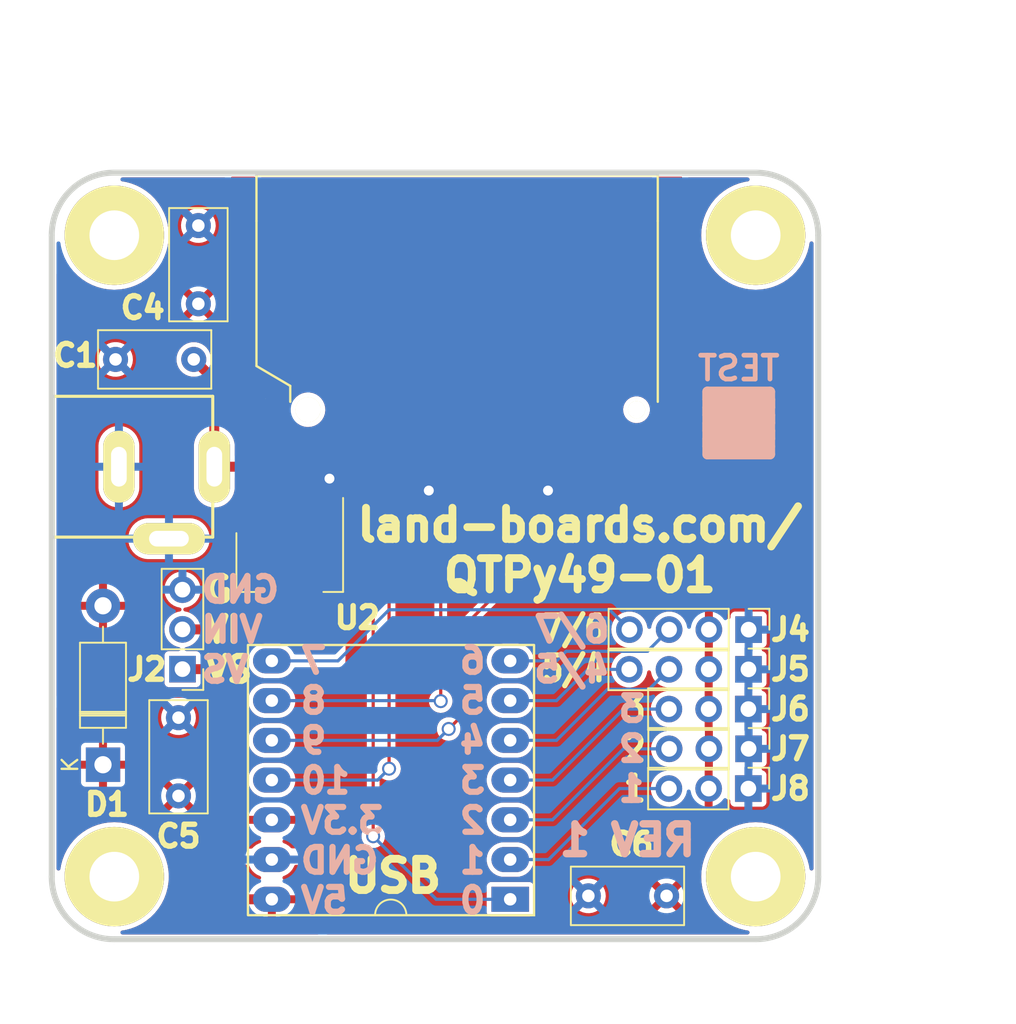
<source format=kicad_pcb>
(kicad_pcb (version 20211014) (generator pcbnew)
  (title_block (date "19 aug 2014"))
  (layers (0 "F.Cu" signal "Front") (31 "B.Cu" signal "Back") (36 "B.SilkS" user "B.Silkscreen") (37 "F.SilkS" user "F.Silkscreen") (38 "B.Mask" user) (39 "F.Mask" user) (44 "Edge.Cuts" user))
  (net 0 "")
  (net 1 "+5V")
  (net 2 "/AD0")
  (net 3 "/AD1")
  (net 4 "/AD2")
  (net 5 "/AD3")
  (net 6 "/D4_SDA")
  (net 7 "/D5_SCL")
  (net 8 "/AD6_TX")
  (net 9 "/AD7_RX")
  (net 10 "/AD8_SCK")
  (net 11 "/AD9_MISO")
  (net 12 "/AD10_MOSI")
  (net 13 "+3V3")
  (net 14 "/VREG")
  (net 15 "/VIN")
  (net 16 "GND")
  (footprint "Package_TO_SOT_SMD:SOT-223" (layer "F.Cu") (at 15.2146 24.892 -90)
    (fp_text reference "U2" (at 3.556 -4.318) (layer "F.SilkS") (effects (font (size 1.397 1.397) (thickness 0.381))))
    (fp_text value "AP1117")
    (fp_line (start 1.91 3.41) (end 1.91 2.15) (layer "F.SilkS") (width 0.12))
    (fp_line (start 1.91 -3.41) (end 1.91 -2.15) (layer "F.SilkS") (width 0.12))
    (fp_line (start -4.1 -3.41) (end 1.91 -3.41) (layer "F.SilkS") (width 0.12))
    (fp_line (start -1.85 3.41) (end 1.91 3.41) (layer "F.SilkS") (width 0.12))
    (pad "1" smd rect (at -3.15 -2.3 270) (size 2 1.5) (layers "F.Cu" "F.Paste" "F.Mask") (net 16 "GND"))
    (pad "2" smd rect (at -3.15 0 270) (size 2 1.5) (layers "F.Cu" "F.Paste" "F.Mask") (net 14 "/VREG"))
    (pad "3" smd rect (at -3.15 2.3 270) (size 2 1.5) (layers "F.Cu" "F.Paste" "F.Mask") (net 15 "/VIN"))
    (pad "4" smd rect (at 3.15 0 270) (size 2 3.8) (layers "F.Cu" "F.Paste" "F.Mask") (net 14 "/VREG"))
  )
  (footprint "Connector_PinHeader_2.54mm:PinHeader_1x03_P2.54mm_Vertical" (layer "F.Cu") (at 44.547282 36.83 -90)
    (fp_text reference "J7" (at 0 -2.671318 180) (layer "F.SilkS") (effects (font (size 1.397 1.397) (thickness 0.381))))
    (fp_text value "Conn_01x03")
    (fp_line (start -1.33 1.27) (end 1.33 1.27) (layer "F.SilkS") (width 0.12))
    (fp_line (start -1.33 -1.33) (end 0 -1.33) (layer "F.SilkS") (width 0.12))
    (fp_line (start 1.33 1.27) (end 1.33 6.41) (layer "F.SilkS") (width 0.12))
    (fp_line (start -1.33 1.27) (end -1.33 6.41) (layer "F.SilkS") (width 0.12))
    (fp_line (start -1.33 6.41) (end 1.33 6.41) (layer "F.SilkS") (width 0.12))
    (fp_line (start -1.33 0) (end -1.33 -1.33) (layer "F.SilkS") (width 0.12))
    (pad "1" thru_hole rect (at 0 0 270) (size 1.7 1.7) (drill 1) (layers *.Cu *.Mask) (net 16 "GND"))
    (pad "2" thru_hole oval (at 0 2.54 270) (size 1.7 1.7) (drill 1) (layers *.Cu *.Mask) (net 13 "+3V3"))
    (pad "3" thru_hole oval (at 0 5.08 270) (size 1.7 1.7) (drill 1) (layers *.Cu *.Mask) (net 4 "/AD2"))
  )
  (footprint "LandBoards_MountHoles:MTG-4-40" (layer "F.Cu") (at 4 4)
    (fp_text reference "MTG1" hide)
    (fp_text value "4-40_MTG_HOLE" hide)
    (pad "1" thru_hole circle locked (at 0 0) (size 6.35 6.35) (drill 3.175) (layers *.Cu *.Mask "F.SilkS"))
  )
  (footprint "LandBoards_MountHoles:MTG-4-40" (layer "F.Cu") (at 45 4)
    (fp_text reference "MTG2" hide)
    (fp_text value "4-40_MTG_HOLE" hide)
    (pad "1" thru_hole circle locked (at 0 0) (size 6.35 6.35) (drill 3.175) (layers *.Cu *.Mask "F.SilkS"))
  )
  (footprint "LandBoards_MountHoles:MTG-4-40" (layer "F.Cu") (at 45 45)
    (fp_text reference "MTG4" hide)
    (fp_text value "4-40_MTG_HOLE" hide)
    (pad "1" thru_hole circle locked (at 0 0) (size 6.35 6.35) (drill 3.175) (layers *.Cu *.Mask "F.SilkS"))
  )
  (footprint "Connector_PinHeader_2.54mm:PinHeader_1x03_P2.54mm_Vertical" (layer "F.Cu") (at 44.532282 39.37 -90)
    (fp_text reference "J8" (at 0 -2.686318 180) (layer "F.SilkS") (effects (font (size 1.397 1.397) (thickness 0.381))))
    (fp_text value "Conn_01x03")
    (fp_line (start 1.33 1.27) (end 1.33 6.41) (layer "F.SilkS") (width 0.12))
    (fp_line (start -1.33 0) (end -1.33 -1.33) (layer "F.SilkS") (width 0.12))
    (fp_line (start -1.33 1.27) (end 1.33 1.27) (layer "F.SilkS") (width 0.12))
    (fp_line (start -1.33 6.41) (end 1.33 6.41) (layer "F.SilkS") (width 0.12))
    (fp_line (start -1.33 1.27) (end -1.33 6.41) (layer "F.SilkS") (width 0.12))
    (fp_line (start -1.33 -1.33) (end 0 -1.33) (layer "F.SilkS") (width 0.12))
    (pad "1" thru_hole rect (at 0 0 270) (size 1.7 1.7) (drill 1) (layers *.Cu *.Mask) (net 16 "GND"))
    (pad "2" thru_hole oval (at 0 2.54 270) (size 1.7 1.7) (drill 1) (layers *.Cu *.Mask) (net 13 "+3V3"))
    (pad "3" thru_hole oval (at 0 5.08 270) (size 1.7 1.7) (drill 1) (layers *.Cu *.Mask) (net 3 "/AD1"))
  )
  (footprint "Capacitor_THT:C_Rect_L7.0mm_W3.5mm_P5.00mm" (layer "F.Cu") (at 8.1026 39.838 90)
    (fp_text reference "C5" (at -2.58 0 180) (layer "F.SilkS") (effects (font (size 1.397 1.397) (thickness 0.381))))
    (fp_text value "0.1uF")
    (fp_line (start -1.12 -1.87) (end -1.12 1.87) (layer "F.SilkS") (width 0.12))
    (fp_line (start -1.12 1.87) (end 6.12 1.87) (layer "F.SilkS") (width 0.12))
    (fp_line (start 6.12 -1.87) (end 6.12 1.87) (layer "F.SilkS") (width 0.12))
    (fp_line (start -1.12 -1.87) (end 6.12 -1.87) (layer "F.SilkS") (width 0.12))
    (pad "1" thru_hole circle (at 0 0 90) (size 1.6 1.6) (drill 0.8) (layers *.Cu *.Mask) (net 1 "+5V"))
    (pad "2" thru_hole circle (at 5 0 90) (size 1.6 1.6) (drill 0.8) (layers *.Cu *.Mask) (net 16 "GND"))
  )
  (footprint "LandBoards_MountHoles:MTG-4-40" (layer "F.Cu") (at 4 45)
    (fp_text reference "MTG3" hide)
    (fp_text value "4-40_MTG_HOLE" hide)
    (pad "1" thru_hole circle locked (at 0 0) (size 6.35 6.35) (drill 3.175) (layers *.Cu *.Mask "F.SilkS"))
  )
  (footprint "LandBoards_Conns:DCJ-NEW-Slotted" (layer "F.Cu") (at 4.2926 18.796)
    (fp_text reference "J1" hide)
    (fp_text value "DCJ0202" hide)
    (fp_line (start -4.2 -4.5) (end 6 -4.5) (layer "F.SilkS") (width 0.2))
    (fp_line (start -4.2 4.5) (end -4.2 -4.5) (layer "F.SilkS") (width 0.2))
    (fp_line (start 6 -4.5) (end 6 4.5) (layer "F.SilkS") (width 0.2))
    (fp_line (start -4.2 4.5) (end 6 4.5) (layer "F.SilkS") (width 0.2))
    (pad "1" thru_hole oval (at 6.1 0) (size 2 4.6) (drill oval 1 2.54) (layers *.Cu *.Mask "F.SilkS") (net 15 "/VIN"))
    (pad "2" thru_hole oval (at 0 0) (size 2 4.6) (drill oval 1 2.54) (layers *.Cu *.Mask "F.SilkS") (net 16 "GND"))
    (pad "3" thru_hole oval (at 3.2 4.6) (size 4.6 2) (drill oval 2.54 1) (layers *.Cu *.Mask "F.SilkS") (net 16 "GND"))
  )
  (footprint "LandBoards_Conns:SD_CARD" (layer "F.Cu") (at 31.5026 15.1535 180)
    (fp_text reference "J3" hide)
    (fp_text value "SD_Card-Connector" hide)
    (fp_line (start 18.288 14.986) (end 18.415 14.986) (layer "F.SilkS") (width 0.15))
    (fp_line (start -7.239 12.065) (end -7.239 14.986) (layer "F.SilkS") (width 0.15))
    (fp_line (start 18.415 14.986) (end 18.415 12.065) (layer "F.SilkS") (width 0.15))
    (fp_line (start -7.239 0.508) (end -7.239 12.065) (layer "F.SilkS") (width 0.15))
    (fp_line (start -7.239 14.986) (end 18.288 14.986) (layer "F.SilkS") (width 0.15))
    (fp_line (start 18.415 12.065) (end 18.415 2.794) (layer "F.SilkS") (width 0.15))
    (fp_line (start 18.415 2.794) (end 16.256 1.524) (layer "F.SilkS") (width 0.15))
    (fp_line (start 16.256 1.524) (end 16.256 0.508) (layer "F.SilkS") (width 0.15))
    (fp_line (start 17.82 0.72) (end 17.82 0.71) (layer "F.SilkS") (width 0.01))
    (pad "" np_thru_hole circle locked (at -5.88 0 180) (size 1.1 1.1) (drill 1.1) (layers *.Cu *.Mask "F.SilkS"))
    (pad "" np_thru_hole circle locked (at 15.12 0 180) (size 1.6 1.6) (drill 1.6) (layers *.Cu *.Mask "F.SilkS"))
    (pad "1" smd rect locked (at 12.5 -2.8 180) (size 1 1.5) (layers "F.Cu" "F.Mask") (net 2 "/AD0"))
    (pad "2" smd rect locked (at 10 -2.8 180) (size 1 1.5) (layers "F.Cu" "F.Mask") (net 12 "/AD10_MOSI"))
    (pad "3" smd rect locked (at 7.5 -2.8 180) (size 1 1.5) (layers "F.Cu" "F.Mask") (net 16 "GND"))
    (pad "4" smd rect locked (at 5 -2.8 180) (size 1 1.5) (layers "F.Cu" "F.Mask") (net 13 "+3V3"))
    (pad "5" smd rect locked (at 2.5 -2.8 180) (size 1 1.5) (layers "F.Cu" "F.Mask") (net 10 "/AD8_SCK"))
    (pad "6" smd rect locked (at 0 -2.8 180) (size 1 1.5) (layers "F.Cu" "F.Mask") (net 16 "GND"))
    (pad "7" smd rect locked (at -2.42 -2.8 180) (size 1 1.5) (layers "F.Cu" "F.Mask") (net 11 "/AD9_MISO"))
    (pad "8" smd rect locked (at -4.12 -2.8 180) (size 1 1.5) (layers "F.Cu" "F.Mask"))
    (pad "9" smd rect locked (at 15 -2.8 180) (size 1 1.5) (layers "F.Cu" "F.Mask"))
    (pad "10" smd rect locked (at -5.46 -2.8 180) (size 0.7 1.5) (layers "F.Cu" "F.Mask"))
    (pad "11" smd rect locked (at -6.6 -2.8 180) (size 0.7 1.5) (layers "F.Cu" "F.Mask"))
    (pad "12" smd rect locked (at 17.07 -1 180) (size 1.5 2.8) (layers "F.Cu" "F.Mask"))
    (pad "13" smd rect locked (at -8.03 -1 180) (size 1.5 2.8) (layers "F.Cu" "F.Mask"))
    (pad "14" smd rect locked (at -8.03 13.5 180) (size 1.5 2.8) (layers "F.Cu" "F.Mask"))
    (pad "15" smd rect locked (at 19.27 13.5 180) (size 1.5 2.8) (layers "F.Cu" "F.Mask"))
  )
  (footprint "Capacitor_THT:C_Rect_L7.0mm_W3.5mm_P5.00mm" (layer "F.Cu") (at 9.0786 11.938 180)
    (fp_text reference "C1" (at 7.58 0.254 180) (layer "F.SilkS") (effects (font (size 1.397 1.397) (thickness 0.381))))
    (fp_text value "0.1uF")
    (fp_line (start -1.12 1.87) (end 6.12 1.87) (layer "F.SilkS") (width 0.12))
    (fp_line (start 6.12 -1.87) (end 6.12 1.87) (layer "F.SilkS") (width 0.12))
    (fp_line (start -1.12 -1.87) (end -1.12 1.87) (layer "F.SilkS") (width 0.12))
    (fp_line (start -1.12 -1.87) (end 6.12 -1.87) (layer "F.SilkS") (width 0.12))
    (pad "1" thru_hole circle (at 0 0 180) (size 1.6 1.6) (drill 0.8) (layers *.Cu *.Mask) (net 15 "/VIN"))
    (pad "2" thru_hole circle (at 5 0 180) (size 1.6 1.6) (drill 0.8) (layers *.Cu *.Mask) (net 16 "GND"))
  )
  (footprint "LandBoards_Marking:TEST_BLK-REAR" (layer "F.Cu") (at 43.9166 16.002)
    (fp_text reference "TEST" (at 0 -3.5) (layer "B.SilkS") (effects (font (size 1.524 1.524) (thickness 0.3048)) (justify mirror)))
    (fp_text value "TEST COUPON" hide)
    (fp_line (start -2 -0.5) (end 2 -0.5) (layer "B.SilkS") (width 0.65))
    (fp_line (start -2 -2) (end 2 -2) (layer "B.SilkS") (width 0.65))
    (fp_line (start -2 -1.5) (end 2 -1.5) (layer "B.SilkS") (width 0.65))
    (fp_line (start 2 -1) (end -2 -1) (layer "B.SilkS") (width 0.65))
    (fp_line (start 2 -1.5) (end 2 -1) (layer "B.SilkS") (width 0.65))
    (fp_line (start -2 1) (end -2 1.5) (layer "B.SilkS") (width 0.65))
    (fp_line (start -2 -1) (end -2 -0.5) (layer "B.SilkS") (width 0.65))
    (fp_line (start -2 0.5) (end 1.5 0.5) (layer "B.SilkS") (width 0.65))
    (fp_line (start -2 0) (end -2 0.5) (layer "B.SilkS") (width 0.65))
    (fp_line (start 2 0.5) (end 2 1) (layer "B.SilkS") (width 0.65))
    (fp_line (start 2 2) (end -2 2) (layer "B.SilkS") (width 0.65))
    (fp_line (start 2 0) (end -2 0) (layer "B.SilkS") (width 0.65))
    (fp_line (start 1.5 0.5) (end 2 0.5) (layer "B.SilkS") (width 0.65))
    (fp_line (start -2 2) (end -2 -2) (layer "B.SilkS") (width 0.65))
    (fp_line (start 2 -0.5) (end 2 0) (layer "B.SilkS") (width 0.65))
    (fp_line (start 2 1) (end -2 1) (layer "B.SilkS") (width 0.65))
    (fp_line (start -2 1.5) (end 2 1.5) (layer "B.SilkS") (width 0.65))
    (fp_line (start 2 -2) (end 2 2) (layer "B.SilkS") (width 0.65))
    (fp_line (start -2 -2) (end -2 -1.5) (layer "B.SilkS") (width 0.65))
  )
  (footprint "Connector_PinHeader_2.54mm:PinHeader_1x03_P2.54mm_Vertical" (layer "F.Cu") (at 44.532282 34.29 -90)
    (fp_text reference "J6" (at 0 -2.686318 180) (layer "F.SilkS") (effects (font (size 1.397 1.397) (thickness 0.381))))
    (fp_text value "Conn_01x03")
    (fp_line (start -1.33 1.27) (end -1.33 6.41) (layer "F.SilkS") (width 0.12))
    (fp_line (start -1.33 0) (end -1.33 -1.33) (layer "F.SilkS") (width 0.12))
    (fp_line (start -1.33 6.41) (end 1.33 6.41) (layer "F.SilkS") (width 0.12))
    (fp_line (start -1.33 1.27) (end 1.33 1.27) (layer "F.SilkS") (width 0.12))
    (fp_line (start -1.33 -1.33) (end 0 -1.33) (layer "F.SilkS") (width 0.12))
    (fp_line (start 1.33 1.27) (end 1.33 6.41) (layer "F.SilkS") (width 0.12))
    (pad "1" thru_hole rect (at 0 0 270) (size 1.7 1.7) (drill 1) (layers *.Cu *.Mask) (net 16 "GND"))
    (pad "2" thru_hole oval (at 0 2.54 270) (size 1.7 1.7) (drill 1) (layers *.Cu *.Mask) (net 13 "+3V3"))
    (pad "3" thru_hole oval (at 0 5.08 270) (size 1.7 1.7) (drill 1) (layers *.Cu *.Mask) (net 5 "/AD3"))
  )
  (footprint "Connector_PinHeader_2.54mm:PinHeader_1x04_P2.54mm_Vertical" (layer "F.Cu") (at 44.537282 31.75 -90)
    (fp_text reference "J5" (at 0 -2.681318 180) (layer "F.SilkS") (effects (font (size 1.397 1.397) (thickness 0.381))))
    (fp_text value "Conn_01x04")
    (fp_line (start -1.33 1.27) (end 1.33 1.27) (layer "F.SilkS") (width 0.12))
    (fp_line (start -1.33 8.95) (end 1.33 8.95) (layer "F.SilkS") (width 0.12))
    (fp_line (start 1.33 1.27) (end 1.33 8.95) (layer "F.SilkS") (width 0.12))
    (fp_line (start -1.33 1.27) (end -1.33 8.95) (layer "F.SilkS") (width 0.12))
    (fp_line (start -1.33 -1.33) (end 0 -1.33) (layer "F.SilkS") (width 0.12))
    (fp_line (start -1.33 0) (end -1.33 -1.33) (layer "F.SilkS") (width 0.12))
    (pad "1" thru_hole rect (at 0 0 270) (size 1.7 1.7) (drill 1) (layers *.Cu *.Mask) (net 16 "GND"))
    (pad "2" thru_hole oval (at 0 2.54 270) (size 1.7 1.7) (drill 1) (layers *.Cu *.Mask) (net 13 "+3V3"))
    (pad "3" thru_hole oval (at 0 5.08 270) (size 1.7 1.7) (drill 1) (layers *.Cu *.Mask) (net 6 "/D4_SDA"))
    (pad "4" thru_hole oval (at 0 7.62 270) (size 1.7 1.7) (drill 1) (layers *.Cu *.Mask) (net 7 "/D5_SCL"))
  )
  (footprint "Connector_PinHeader_2.54mm:PinHeader_1x03_P2.54mm_Vertical" (layer "F.Cu") (at 8.3566 31.735 180)
    (fp_text reference "J2" (at 2.286 -0.015 180) (layer "F.SilkS") (effects (font (size 1.397 1.397) (thickness 0.381))))
    (fp_text value "Conn_01x03")
    (fp_line (start -1.33 0) (end -1.33 -1.33) (layer "F.SilkS") (width 0.12))
    (fp_line (start -1.33 1.27) (end -1.33 6.41) (layer "F.SilkS") (width 0.12))
    (fp_line (start -1.33 6.41) (end 1.33 6.41) (layer "F.SilkS") (width 0.12))
    (fp_line (start 1.33 1.27) (end 1.33 6.41) (layer "F.SilkS") (width 0.12))
    (fp_line (start -1.33 -1.33) (end 0 -1.33) (layer "F.SilkS") (width 0.12))
    (fp_line (start -1.33 1.27) (end 1.33 1.27) (layer "F.SilkS") (width 0.12))
    (pad "1" thru_hole rect (at 0 0 180) (size 1.7 1.7) (drill 1) (layers *.Cu *.Mask) (net 1 "+5V"))
    (pad "2" thru_hole oval (at 0 2.54 180) (size 1.7 1.7) (drill 1) (layers *.Cu *.Mask) (net 15 "/VIN"))
    (pad "3" thru_hole oval (at 0 5.08 180) (size 1.7 1.7) (drill 1) (layers *.Cu *.Mask) (net 16 "GND"))
  )
  (footprint "Capacitor_THT:C_Rect_L7.0mm_W3.5mm_P5.00mm" (layer "F.Cu") (at 39.3046 46.228 180)
    (fp_text reference "C6" (at 2.246 3.302) (layer "F.SilkS") (effects (font (size 1.397 1.397) (thickness 0.381))))
    (fp_text value "0.1uF")
    (fp_line (start 6.12 -1.87) (end 6.12 1.87) (layer "F.SilkS") (width 0.12))
    (fp_line (start -1.12 1.87) (end 6.12 1.87) (layer "F.SilkS") (width 0.12))
    (fp_line (start -1.12 -1.87) (end 6.12 -1.87) (layer "F.SilkS") (width 0.12))
    (fp_line (start -1.12 -1.87) (end -1.12 1.87) (layer "F.SilkS") (width 0.12))
    (pad "1" thru_hole circle (at 0 0 180) (size 1.6 1.6) (drill 0.8) (layers *.Cu *.Mask) (net 13 "+3V3"))
    (pad "2" thru_hole circle (at 5 0 180) (size 1.6 1.6) (drill 0.8) (layers *.Cu *.Mask) (net 16 "GND"))
  )
  (footprint "LandBoards_BoardOutlines:QT_Py" (layer "F.Cu") (at 29.307282 46.447282 180)
    (fp_text reference "BRD1" hide)
    (fp_text value "QT_Py")
    (fp_rect (start -1.524 -1.016) (end 16.764 16.256) (layer "F.SilkS") (width 0.15) (fill none))
    (fp_arc (start 8.636 -1.016) (mid 7.636 -0.016) (end 6.636 -1.016) (layer "F.SilkS") (width 0.12))
    (pad "1" thru_hole rect (at 0 0 180) (size 2.4 1.6) (drill 0.8) (layers *.Cu *.Mask) (net 2 "/AD0"))
    (pad "2" thru_hole oval (at 0 2.54 180) (size 2.4 1.6) (drill 0.8) (layers *.Cu *.Mask) (net 3 "/AD1"))
    (pad "3" thru_hole oval (at 0 5.08 180) (size 2.4 1.6) (drill 0.8) (layers *.Cu *.Mask) (net 4 "/AD2"))
    (pad "4" thru_hole oval (at 0 7.62 180) (size 2.4 1.6) (drill 0.8) (layers *.Cu *.Mask) (net 5 "/AD3"))
    (pad "5" thru_hole oval (at 0 10.16 180) (size 2.4 1.6) (drill 0.8) (layers *.Cu *.Mask) (net 6 "/D4_SDA"))
    (pad "6" thru_hole oval (at 0 12.7 180) (size 2.4 1.6) (drill 0.8) (layers *.Cu *.Mask) (net 7 "/D5_SCL"))
    (pad "7" thru_hole oval (at 0 15.24 180) (size 2.4 1.6) (drill 0.8) (layers *.Cu *.Mask) (net 8 "/AD6_TX"))
    (pad "8" thru_hole oval (at 15.24 15.24 180) (size 2.4 1.6) (drill 0.8) (layers *.Cu *.Mask) (net 9 "/AD7_RX"))
    (pad "9" thru_hole oval (at 15.24 12.7 180) (size 2.4 1.6) (drill 0.8) (layers *.Cu *.Mask) (net 10 "/AD8_SCK"))
    (pad "10" thru_hole oval (at 15.24 10.16 180) (size 2.4 1.6) (drill 0.8) (layers *.Cu *.Mask) (net 11 "/AD9_MISO"))
    (pad "11" thru_hole oval (at 15.24 7.62 180) (size 2.4 1.6) (drill 0.8) (layers *.Cu *.Mask) (net 12 "/AD10_MOSI"))
    (pad "12" thru_hole oval (at 15.24 5.08 180) (size 2.4 1.6) (drill 0.8) (layers *.Cu *.Mask) (net 13 "+3V3"))
    (pad "13" thru_hole oval (at 15.24 2.54 180) (size 2.4 1.6) (drill 0.8) (layers *.Cu *.Mask) (net 16 "GND"))
    (pad "14" thru_hole oval (at 15.24 0 180) (size 2.4 1.6) (drill 0.8) (layers *.Cu *.Mask) (net 1 "+5V"))
  )
  (footprint "Capacitor_THT:C_Rect_L7.0mm_W3.5mm_P5.00mm" (layer "F.Cu") (at 9.3726 8.382 90)
    (fp_text reference "C4" (at -0.254 -3.556 180) (layer "F.SilkS") (effects (font (size 1.397 1.397) (thickness 0.381))))
    (fp_text value "0.1uF")
    (fp_line (start -1.12 -1.87) (end 6.12 -1.87) (layer "F.SilkS") (width 0.12))
    (fp_line (start 6.12 -1.87) (end 6.12 1.87) (layer "F.SilkS") (width 0.12))
    (fp_line (start -1.12 -1.87) (end -1.12 1.87) (layer "F.SilkS") (width 0.12))
    (fp_line (start -1.12 1.87) (end 6.12 1.87) (layer "F.SilkS") (width 0.12))
    (pad "1" thru_hole circle (at 0 0 90) (size 1.6 1.6) (drill 0.8) (layers *.Cu *.Mask) (net 14 "/VREG"))
    (pad "2" thru_hole circle (at 5 0 90) (size 1.6 1.6) (drill 0.8) (layers *.Cu *.Mask) (net 16 "GND"))
  )
  (footprint "Connector_PinHeader_2.54mm:PinHeader_1x04_P2.54mm_Vertical" (layer "F.Cu") (at 44.547282 29.21 -90)
    (fp_text reference "J4" (at 0 -2.671318 180) (layer "F.SilkS") (effects (font (size 1.397 1.397) (thickness 0.381))))
    (fp_text value "Conn_01x04")
    (fp_line (start -1.33 -1.33) (end 0 -1.33) (layer "F.SilkS") (width 0.12))
    (fp_line (start 1.33 1.27) (end 1.33 8.95) (layer "F.SilkS") (width 0.12))
    (fp_line (start -1.33 0) (end -1.33 -1.33) (layer "F.SilkS") (width 0.12))
    (fp_line (start -1.33 1.27) (end 1.33 1.27) (layer "F.SilkS") (width 0.12))
    (fp_line (start -1.33 8.95) (end 1.33 8.95) (layer "F.SilkS") (width 0.12))
    (fp_line (start -1.33 1.27) (end -1.33 8.95) (layer "F.SilkS") (width 0.12))
    (pad "1" thru_hole rect (at 0 0 270) (size 1.7 1.7) (drill 1) (layers *.Cu *.Mask) (net 16 "GND"))
    (pad "2" thru_hole oval (at 0 2.54 270) (size 1.7 1.7) (drill 1) (layers *.Cu *.Mask) (net 13 "+3V3"))
    (pad "3" thru_hole oval (at 0 5.08 270) (size 1.7 1.7) (drill 1) (layers *.Cu *.Mask) (net 8 "/AD6_TX"))
    (pad "4" thru_hole oval (at 0 7.62 270) (size 1.7 1.7) (drill 1) (layers *.Cu *.Mask) (net 9 "/AD7_RX"))
  )
  (footprint "Diode_THT:D_DO-41_SOD81_P10.16mm_Horizontal" (layer "F.Cu") (at 3.2766 37.846 90)
    (fp_text reference "D1" (at -2.54 0.254 180) (layer "F.SilkS") (effects (font (size 1.397 1.397) (thickness 0.381))))
    (fp_text value "D_Schottky")
    (fp_text user "K" (at 0 -2.1 90) (layer "F.SilkS"))
    (fp_line (start 7.8 -1.47) (end 2.36 -1.47) (layer "F.SilkS") (width 0.12))
    (fp_line (start 3.26 -1.47) (end 3.26 1.47) (layer "F.SilkS") (width 0.12))
    (fp_line (start 2.36 1.47) (end 7.8 1.47) (layer "F.SilkS") (width 0.12))
    (fp_line (start 2.36 -1.47) (end 2.36 1.47) (layer "F.SilkS") (width 0.12))
    (fp_line (start 3.38 -1.47) (end 3.38 1.47) (layer "F.SilkS") (width 0.12))
    (fp_line (start 8.82 0) (end 7.8 0) (layer "F.SilkS") (width 0.12))
    (fp_line (start 1.34 0) (end 2.36 0) (layer "F.SilkS") (width 0.12))
    (fp_line (start 3.14 -1.47) (end 3.14 1.47) (layer "F.SilkS") (width 0.12))
    (fp_line (start 7.8 1.47) (end 7.8 -1.47) (layer "F.SilkS") (width 0.12))
    (pad "1" thru_hole rect (at 0 0 90) (size 2.2 2.2) (drill 1.1) (layers *.Cu *.Mask) (net 1 "+5V"))
    (pad "2" thru_hole oval (at 10.16 0 90) (size 2.2 2.2) (drill 1.1) (layers *.Cu *.Mask) (net 14 "/VREG"))
  )
  (gr_line (start 49 45) (end 49 4) (layer "Edge.Cuts") (width 0.381))
  (gr_arc (start 49 45) (mid 47.828427 47.828427) (end 45 49) (layer "Edge.Cuts") (width 0.381))
  (gr_arc (start 4 49) (mid 1.163751 47.836249) (end 0 45) (layer "Edge.Cuts") (width 0.381))
  (gr_arc (start 0 4) (mid 1.171573 1.171573) (end 4 0) (layer "Edge.Cuts") (width 0.381))
  (gr_line (start 4 49) (end 45 49) (layer "Edge.Cuts") (width 0.381))
  (gr_line (start 45 0) (end 4 0) (layer "Edge.Cuts") (width 0.381))
  (gr_line (start 0 4) (end 0 45) (layer "Edge.Cuts") (width 0.381))
  (gr_arc (start 45 0) (mid 47.828427 1.171573) (end 49 4) (layer "Edge.Cuts") (width 0.381))
  (gr_text "GND\nVIN\nVS" (at 9.3726 29.21) (layer "B.SilkS") (effects (font (size 1.5875 1.5875) (thickness 0.396875)) (justify right mirror)))
  (gr_text "7\n8\n9\n10\n3.3V\nGND\n5V" (at 15.7226 38.862) (layer "B.SilkS") (effects (font (size 1.5875 1.5875) (thickness 0.396875)) (justify right mirror)))
  (gr_text "REV 1" (at 36.8046 42.672) (layer "B.SilkS") (effects (font (size 1.905 1.905) (thickness 0.47625)) (justify mirror)))
  (gr_text "6/7\n4/5" (at 33.2486 30.48) (layer "B.SilkS") (effects (font (size 1.5875 1.5875) (thickness 0.396875)) (justify mirror)))
  (gr_text "3\n2\n1" (at 37.0586 36.83) (layer "B.SilkS") (effects (font (size 1.5875 1.5875) (thickness 0.396875)) (justify mirror)))
  (gr_text "6\n5\n4\n3\n2\n1\n0" (at 27.9146 38.862) (layer "B.SilkS") (effects (font (size 1.5875 1.5875) (thickness 0.396875)) (justify left mirror)))
  (gr_text "7/6\n5/4" (at 35.587282 30.42) (layer "F.SilkS") (effects (font (size 1.5875 1.35) (thickness 0.3375)) (justify right)))
  (gr_text "3\n2\n1" (at 38.137282 36.83) (layer "F.SilkS") (effects (font (size 1.5875 1.35) (thickness 0.3375)) (justify right)))
  (gr_text "land-boards.com/\nQTPy49-01" (at 33.7566 24.13) (layer "F.SilkS") (effects (font (size 2 2) (thickness 0.5))))
  (gr_text "G\nVI\nVS" (at 9.6266 29.21) (layer "F.SilkS") (effects (font (size 1.5875 1.5875) (thickness 0.396875)) (justify left)))
  (gr_text "USB" (at 21.8186 44.958) (layer "F.SilkS") (effects (font (size 2 2) (thickness 0.5))))
  (segment (start 11.877882 46.447282) (end 14.067282 46.447282) (width 0.635) (layer "F.Cu") (net 1))
  (segment (start 10.6276 31.735) (end 11.1506 32.258) (width 0.635) (layer "F.Cu") (net 1))
  (segment (start 8.3566 31.735) (end 10.6276 31.735) (width 0.635) (layer "F.Cu") (net 1))
  (segment (start 11.1506 32.258) (end 11.1506 45.72) (width 0.635) (layer "F.Cu") (net 1))
  (segment (start 11.1506 45.72) (end 11.877882 46.447282) (width 0.635) (layer "F.Cu") (net 1))
  (segment (start 20.5486 21.082) (end 19.0026 19.536) (width 0.2032) (layer "F.Cu") (net 2))
  (segment (start 20.5486 42.418) (end 20.5486 21.082) (width 0.2032) (layer "F.Cu") (net 2))
  (segment (start 19.0026 19.536) (end 19.0026 17.9535) (width 0.2032) (layer "F.Cu") (net 2))
  (via (at 20.5486 42.418) (size 0.889) (drill 0.635) (layers "F.Cu" "B.Cu") (net 2))
  (segment (start 29.307282 46.447282) (end 24.577882 46.447282) (width 0.2032) (layer "B.Cu") (net 2))
  (segment (start 24.577882 46.447282) (end 20.5486 42.418) (width 0.2032) (layer "B.Cu") (net 2))
  (segment (start 31.759318 43.907282) (end 36.2966 39.37) (width 0.2032) (layer "B.Cu") (net 3))
  (segment (start 36.2966 39.37) (end 39.452282 39.37) (width 0.2032) (layer "B.Cu") (net 3))
  (segment (start 29.307282 43.907282) (end 31.759318 43.907282) (width 0.2032) (layer "B.Cu") (net 3))
  (segment (start 32.013318 41.367282) (end 36.5506 36.83) (width 0.2032) (layer "B.Cu") (net 4))
  (segment (start 29.307282 41.367282) (end 32.013318 41.367282) (width 0.2032) (layer "B.Cu") (net 4))
  (segment (start 36.5506 36.83) (end 39.467282 36.83) (width 0.2032) (layer "B.Cu") (net 4))
  (segment (start 29.307282 38.827282) (end 32.013318 38.827282) (width 0.2032) (layer "B.Cu") (net 5))
  (segment (start 32.013318 38.827282) (end 36.5506 34.29) (width 0.2032) (layer "B.Cu") (net 5))
  (segment (start 36.5506 34.29) (end 39.452282 34.29) (width 0.2032) (layer "B.Cu") (net 5))
  (segment (start 29.307282 36.287282) (end 32.267318 36.287282) (width 0.2032) (layer "B.Cu") (net 6))
  (segment (start 35.5346 33.02) (end 38.187282 33.02) (width 0.2032) (layer "B.Cu") (net 6))
  (segment (start 32.267318 36.287282) (end 35.5346 33.02) (width 0.2032) (layer "B.Cu") (net 6))
  (segment (start 38.187282 33.02) (end 39.457282 31.75) (width 0.2032) (layer "B.Cu") (net 6))
  (segment (start 34.2646 31.75) (end 36.917282 31.75) (width 0.2032) (layer "B.Cu") (net 7))
  (segment (start 32.267318 33.747282) (end 34.2646 31.75) (width 0.2032) (layer "B.Cu") (net 7))
  (segment (start 29.307282 33.747282) (end 32.267318 33.747282) (width 0.2032) (layer "B.Cu") (net 7))
  (segment (start 32.267318 31.207282) (end 32.878911 30.595689) (width 0.2032) (layer "B.Cu") (net 8))
  (segment (start 32.878911 30.595689) (end 38.081593 30.595689) (width 0.2032) (layer "B.Cu") (net 8))
  (segment (start 29.307282 31.207282) (end 32.267318 31.207282) (width 0.2032) (layer "B.Cu") (net 8))
  (segment (start 38.081593 30.595689) (end 39.467282 29.21) (width 0.2032) (layer "B.Cu") (net 8))
  (segment (start 35.657282 27.94) (end 36.927282 29.21) (width 0.2032) (layer "B.Cu") (net 9))
  (segment (start 21.5646 27.94) (end 35.657282 27.94) (width 0.2032) (layer "B.Cu") (net 9))
  (segment (start 18.297318 31.207282) (end 21.5646 27.94) (width 0.2032) (layer "B.Cu") (net 9))
  (segment (start 14.067282 31.207282) (end 18.297318 31.207282) (width 0.2032) (layer "B.Cu") (net 9))
  (segment (start 29.0026 22.28) (end 24.8666 26.416) (width 0.2032) (layer "F.Cu") (net 10))
  (segment (start 24.8666 26.416) (end 24.8666 33.782) (width 0.2032) (layer "F.Cu") (net 10))
  (segment (start 29.0026 17.9535) (end 29.0026 22.28) (width 0.2032) (layer "F.Cu") (net 10))
  (via (at 24.8666 33.782) (size 0.889) (drill 0.635) (layers "F.Cu" "B.Cu") (net 10))
  (segment (start 24.831882 33.747282) (end 14.067282 33.747282) (width 0.2032) (layer "B.Cu") (net 10))
  (segment (start 24.8666 33.782) (end 24.831882 33.747282) (width 0.2032) (layer "B.Cu") (net 10))
  (segment (start 26.3906 28.956) (end 26.3906 34.544) (width 0.2032) (layer "F.Cu") (net 11))
  (segment (start 26.3906 28.956) (end 33.9226 21.424) (width 0.2032) (layer "F.Cu") (net 11))
  (segment (start 26.3906 34.544) (end 25.3746 35.56) (width 0.2032) (layer "F.Cu") (net 11))
  (segment (start 33.9226 21.424) (end 33.9226 17.9535) (width 0.2032) (layer "F.Cu") (net 11))
  (via (at 25.3746 35.56) (size 0.889) (drill 0.635) (layers "F.Cu" "B.Cu") (net 11))
  (segment (start 24.647318 36.287282) (end 25.3746 35.56) (width 0.2032) (layer "B.Cu") (net 11))
  (segment (start 14.067282 36.287282) (end 24.647318 36.287282) (width 0.2032) (layer "B.Cu") (net 11))
  (segment (start 21.5646 17.78) (end 21.5026 17.842) (width 0.2032) (layer "F.Cu") (net 12))
  (segment (start 21.5646 38.1) (end 21.5646 17.78) (width 0.2032) (layer "F.Cu") (net 12))
  (segment (start 21.5026 17.842) (end 21.5026 17.9535) (width 0.2032) (layer "F.Cu") (net 12))
  (via (at 21.5646 38.1) (size 0.889) (drill 0.635) (layers "F.Cu" "B.Cu") (net 12))
  (segment (start 14.067282 38.827282) (end 20.837318 38.827282) (width 0.2032) (layer "B.Cu") (net 12))
  (segment (start 20.837318 38.827282) (end 21.5646 38.1) (width 0.2032) (layer "B.Cu") (net 12))
  (segment (start 11.4046 25.654) (end 11.4046 28.448) (width 0.635) (layer "F.Cu") (net 15))
  (segment (start 10.6576 29.195) (end 8.3566 29.195) (width 0.635) (layer "F.Cu") (net 15))
  (segment (start 10.3926 18.796) (end 10.3926 13.252) (width 0.635) (layer "F.Cu") (net 15))
  (segment (start 11.4046 28.448) (end 10.6576 29.195) (width 0.635) (layer "F.Cu") (net 15))
  (segment (start 12.9146 21.742) (end 12.9146 24.144) (width 0.635) (layer "F.Cu") (net 15))
  (segment (start 12.9146 21.742) (end 12.9146 19.544) (width 0.635) (layer "F.Cu") (net 15))
  (segment (start 12.9146 19.544) (end 12.1666 18.796) (width 0.635) (layer "F.Cu") (net 15))
  (segment (start 12.9146 24.144) (end 11.4046 25.654) (width 0.635) (layer "F.Cu") (net 15))
  (segment (start 12.1666 18.796) (end 10.3926 18.796) (width 0.635) (layer "F.Cu") (net 15))
  (segment (start 10.3926 13.252) (end 9.0786 11.938) (width 0.635) (layer "F.Cu") (net 15))
  (segment (start 24.0026 17.9535) (end 24.0026 20.218) (width 0.2032) (layer "F.Cu") (net 16))
  (segment (start 17.5146 19.798) (end 17.7546 19.558) (width 0.635) (layer "F.Cu") (net 16))
  (segment (start 17.5146 21.742) (end 17.5146 19.798) (width 0.635) (layer "F.Cu") (net 16))
  (segment (start 31.5026 20.098) (end 31.7246 20.32) (width 0.2032) (layer "F.Cu") (net 16))
  (segment (start 24.0026 20.218) (end 24.1046 20.32) (width 0.2032) (layer "F.Cu") (net 16))
  (segment (start 31.5026 17.9535) (end 31.5026 20.098) (width 0.2032) (layer "F.Cu") (net 16))
  (via (at 17.7546 19.558) (size 0.889) (drill 0.635) (layers "F.Cu" "B.Cu") (net 16))
  (via (at 31.7246 20.32) (size 0.889) (drill 0.635) (layers "F.Cu" "B.Cu") (net 16))
  (via (at 24.1046 20.32) (size 0.889) (drill 0.635) (layers "F.Cu" "B.Cu") (net 16))
  (zone (net 13) (net_name "+3V3") (layer "F.Cu") (connect_pads (clearance 0.3048)) (min_thickness 0.254) (fill yes (thermal_gap 0.508) (thermal_bridge_width 0.508))
    (polygon (pts (xy 48.827282 45.403482) (xy 44.885282 49.025482) (xy 17.5006 49.025482) (xy 17.5006 43.18) (xy 10.776396 43.221482) (xy 10.819788 31.749535) (xy 18.770395 31.749744) (xy 19.0246 5.588) (xy -0.0254 5.842) (xy 3.5306 -0.000006) (xy 45.1866 0) (xy 48.9966 3.81)))
  )
  (zone (net 14) (net_name "/VREG") (layer "F.Cu") (connect_pads (clearance 0.3048)) (min_thickness 0.254) (fill yes (thermal_gap 0.508) (thermal_bridge_width 0.508))
    (polygon (pts (xy 18.0086 6.35) (xy 18.0086 30.226) (xy 9.6266 30.226) (xy 9.495282 33.569482) (xy -0.156718 33.569482) (xy -0.009218 15.408482) (xy 0.2286 6.35)))
  )
  (zone (net 1) (net_name "+5V") (layer "F.Cu") (connect_pads (clearance 0.3048)) (min_thickness 0.254) (fill yes (thermal_gap 0.508) (thermal_bridge_width 0.508))
    (polygon (pts (xy 10.003282 44.237482) (xy 17.115282 44.237482) (xy 17.115282 48.809482) (xy 3.653282 49.063482) (xy 0.605282 47.031482) (xy 0.097282 44.491482) (xy -0.156718 34.077482) (xy 10.003282 34.077482)))
  )
  (zone (net 16) (net_name "GND") (layer "B.Cu") (connect_pads (clearance 0.3048)) (min_thickness 0.254) (fill yes (thermal_gap 0.508) (thermal_bridge_width 0.508))
    (polygon (pts (xy 3.737282 0.003482) (xy 44.885282 0.003482) (xy 48.949282 3.559482) (xy 48.949282 45.215482) (xy 44.631282 49.025482) (xy 3.483282 49.025482) (xy -0.072718 44.707482) (xy -0.072718 3.813482)))
  )
)
</source>
